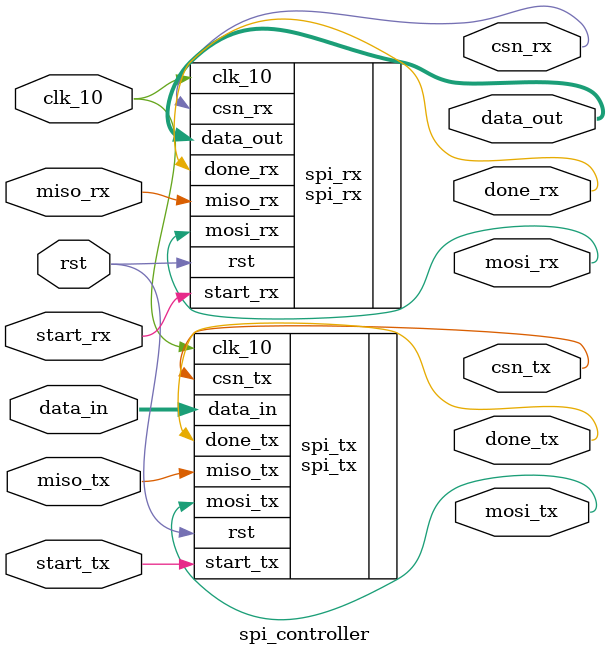
<source format=v>
module spi_controller (
    input wire clk_10,                   //10Mhz from spi_clock_divider to spi_controller
    input wire rst,                      //reset trigger from top M to spi_controller
    input wire [7:0]data_in,             //data to send from top M
    input wire start_tx,                 //enable tx trigger from top M
    input wire start_rx,                 //enable rx trigger from top M

    input wire miso_tx,                   //in pins to nrf tx
    input wire miso_rx,                   //in pins to nrf rx

    output wire csn_tx,                   //out pins to nrf tx
    output wire mosi_tx,                  //out pins to nrf tx
    output wire csn_rx,                   //out pins to nrf rx
    output wire mosi_rx,                  //out pins to nrf rx

    output reg done_tx,                   //done tx trigger to top M
    output reg done_rx,                   //done tx trigger to top M
    output reg [7:0]data_out              //data receiver to top M
);

    spi_tx spi_tx (
        .clk_10(clk_10),                 //10Mhz for  controller
        .rst(rst),                       //reset form controller
        .start_tx(start_tx),             //start tx trigger from controller
        .data_in(data_in),               //data to be transmitted
        .miso_tx(miso_tx),               //from nrf tx

        .mosi_tx(mosi_tx),               //to nrf tx
        .csn_tx(csn_tx),                 //enable for nrf tx
        .done_tx(done_tx)                // tx done indication
    );

    spi_rx spi_rx (
        .clk_10(clk_10),                 //10Mhz for  controller
        .rst(rst),                       //reset form controller
        .start_rx(start_rx),             //start rx trigger from controller
        .miso_rx(miso_rx),               //from nrf rx

        .data_out(data_out),             //data received
        .mosi_rx(mosi_rx),               //to nrf rx
        .csn_rx(csn_rx),                 //enable for nrf rx
        .done_rx(done_rx)                // rx done indication
    );
    
endmodule

</source>
